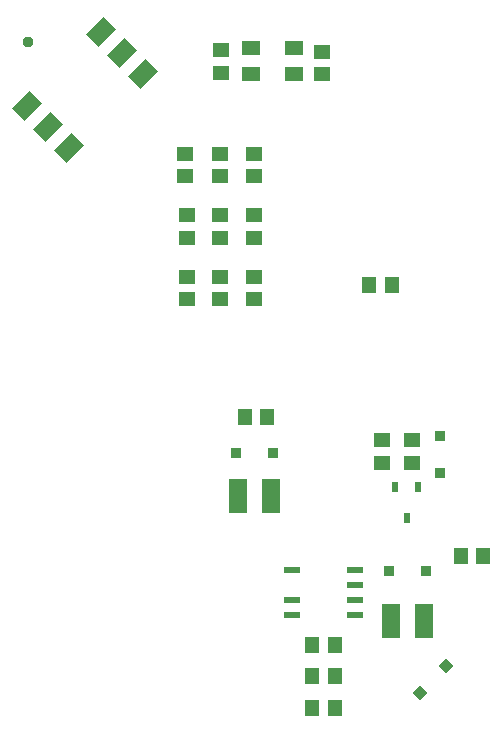
<source format=gbp>
G04*
G04 #@! TF.GenerationSoftware,Altium Limited,Altium Designer,21.6.4 (81)*
G04*
G04 Layer_Color=128*
%FSLAX24Y24*%
%MOIN*%
G70*
G04*
G04 #@! TF.SameCoordinates,91C8DFC6-6E0A-4D14-B263-8AF1C318984C*
G04*
G04*
G04 #@! TF.FilePolarity,Positive*
G04*
G01*
G75*
%ADD66C,0.0374*%
%ADD67R,0.0512X0.0571*%
%ADD69R,0.0571X0.0512*%
%ADD72R,0.0492X0.0571*%
%ADD73R,0.0571X0.0492*%
%ADD118R,0.0571X0.0216*%
%ADD119R,0.0216X0.0354*%
%ADD120R,0.0354X0.0334*%
G04:AMPARAMS|DCode=121|XSize=33.4mil|YSize=35.4mil|CornerRadius=0mil|HoleSize=0mil|Usage=FLASHONLY|Rotation=225.000|XOffset=0mil|YOffset=0mil|HoleType=Round|Shape=Rectangle|*
%AMROTATEDRECTD121*
4,1,4,-0.0007,0.0243,0.0243,-0.0007,0.0007,-0.0243,-0.0243,0.0007,-0.0007,0.0243,0.0*
%
%ADD121ROTATEDRECTD121*%

%ADD122R,0.0334X0.0354*%
G04:AMPARAMS|DCode=123|XSize=57.1mil|YSize=80.7mil|CornerRadius=0mil|HoleSize=0mil|Usage=FLASHONLY|Rotation=135.000|XOffset=0mil|YOffset=0mil|HoleType=Round|Shape=Rectangle|*
%AMROTATEDRECTD123*
4,1,4,0.0487,0.0084,-0.0084,-0.0487,-0.0487,-0.0084,0.0084,0.0487,0.0487,0.0084,0.0*
%
%ADD123ROTATEDRECTD123*%

%ADD124R,0.0610X0.0472*%
%ADD125R,0.0590X0.1161*%
G54D66*
X-4250Y12100D02*
D03*
G54D67*
X7874Y4000D02*
D03*
X7126D02*
D03*
X10176Y-5050D02*
D03*
X10924D02*
D03*
X2976Y-400D02*
D03*
X3724D02*
D03*
X5974Y-9050D02*
D03*
X5226D02*
D03*
X5974Y-10100D02*
D03*
X5226D02*
D03*
G54D69*
X7550Y-1176D02*
D03*
Y-1924D02*
D03*
X8550Y-1176D02*
D03*
Y-1924D02*
D03*
X2150Y8374D02*
D03*
Y7626D02*
D03*
X3300Y7626D02*
D03*
Y8374D02*
D03*
Y6324D02*
D03*
Y5576D02*
D03*
X2150Y6324D02*
D03*
Y5576D02*
D03*
X1050Y6324D02*
D03*
Y5576D02*
D03*
Y3526D02*
D03*
Y4274D02*
D03*
X2150Y3526D02*
D03*
Y4274D02*
D03*
X3300Y3526D02*
D03*
Y4274D02*
D03*
G54D72*
X5226Y-8000D02*
D03*
X5974D02*
D03*
G54D73*
X5550Y11026D02*
D03*
Y11774D02*
D03*
X2200Y11824D02*
D03*
Y11076D02*
D03*
X1000Y7626D02*
D03*
Y8374D02*
D03*
G54D118*
X4537Y-7000D02*
D03*
Y-6500D02*
D03*
Y-5500D02*
D03*
X6663Y-7000D02*
D03*
Y-6500D02*
D03*
Y-6000D02*
D03*
Y-5500D02*
D03*
G54D119*
X8374Y-3754D02*
D03*
X8748Y-2750D02*
D03*
X8000D02*
D03*
G54D120*
X9500Y-2270D02*
D03*
Y-1030D02*
D03*
G54D121*
X8812Y-9588D02*
D03*
X9688Y-8712D02*
D03*
G54D122*
X2680Y-1600D02*
D03*
X3920D02*
D03*
X7780Y-5550D02*
D03*
X9020D02*
D03*
G54D123*
X-1818Y12446D02*
D03*
X-1111Y11739D02*
D03*
X-404Y11032D02*
D03*
X-4296Y9968D02*
D03*
X-3589Y9261D02*
D03*
X-2882Y8554D02*
D03*
G54D124*
X3172Y11883D02*
D03*
X4628Y11017D02*
D03*
X4628Y11883D02*
D03*
X3172Y11017D02*
D03*
G54D125*
X7839Y-7200D02*
D03*
X8961D02*
D03*
X2739Y-3050D02*
D03*
X3861D02*
D03*
M02*

</source>
